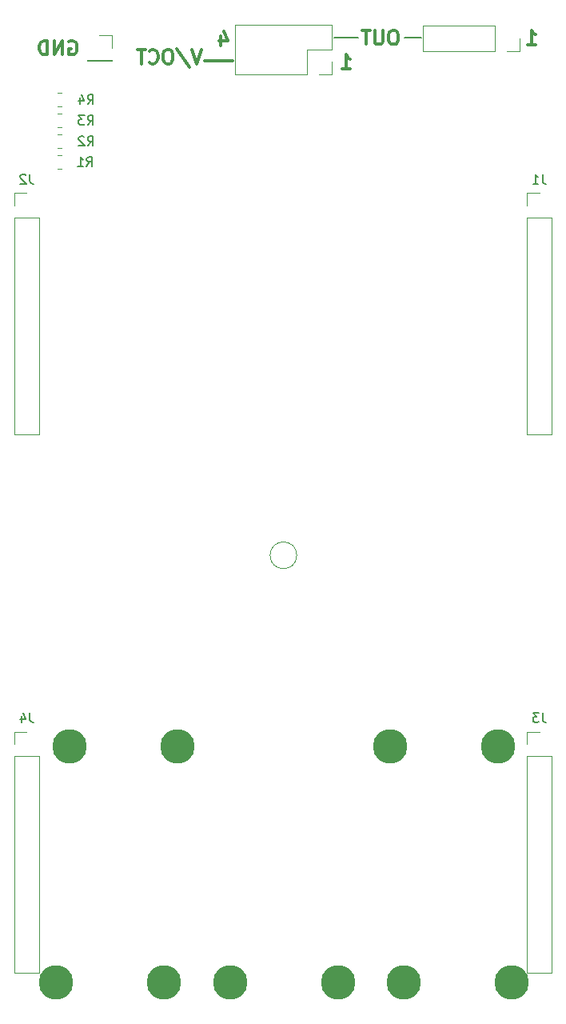
<source format=gbr>
%TF.GenerationSoftware,KiCad,Pcbnew,(6.0.11)*%
%TF.CreationDate,2023-04-28T10:51:55+01:00*%
%TF.ProjectId,Quadraphone_Controls_v2,51756164-7261-4706-986f-6e655f436f6e,rev?*%
%TF.SameCoordinates,Original*%
%TF.FileFunction,Legend,Bot*%
%TF.FilePolarity,Positive*%
%FSLAX46Y46*%
G04 Gerber Fmt 4.6, Leading zero omitted, Abs format (unit mm)*
G04 Created by KiCad (PCBNEW (6.0.11)) date 2023-04-28 10:51:55*
%MOMM*%
%LPD*%
G01*
G04 APERTURE LIST*
%ADD10C,0.150000*%
%ADD11C,0.300000*%
%ADD12C,0.120000*%
%ADD13C,3.650000*%
G04 APERTURE END LIST*
D10*
X94575000Y-45250000D02*
X92825000Y-45250000D01*
D11*
X71650000Y-47700000D02*
X74600000Y-47700000D01*
D10*
X87900000Y-45200000D02*
X85350000Y-45200000D01*
D11*
X91800000Y-44428571D02*
X91514285Y-44428571D01*
X91371428Y-44500000D01*
X91228571Y-44642857D01*
X91157142Y-44928571D01*
X91157142Y-45428571D01*
X91228571Y-45714285D01*
X91371428Y-45857142D01*
X91514285Y-45928571D01*
X91800000Y-45928571D01*
X91942857Y-45857142D01*
X92085714Y-45714285D01*
X92157142Y-45428571D01*
X92157142Y-44928571D01*
X92085714Y-44642857D01*
X91942857Y-44500000D01*
X91800000Y-44428571D01*
X90514285Y-44428571D02*
X90514285Y-45642857D01*
X90442857Y-45785714D01*
X90371428Y-45857142D01*
X90228571Y-45928571D01*
X89942857Y-45928571D01*
X89800000Y-45857142D01*
X89728571Y-45785714D01*
X89657142Y-45642857D01*
X89657142Y-44428571D01*
X89157142Y-44428571D02*
X88300000Y-44428571D01*
X88728571Y-45928571D02*
X88728571Y-44428571D01*
X73364285Y-45078571D02*
X73364285Y-46078571D01*
X73721428Y-44507142D02*
X74078571Y-45578571D01*
X73150000Y-45578571D01*
X86221428Y-48528571D02*
X87078571Y-48528571D01*
X86650000Y-48528571D02*
X86650000Y-47028571D01*
X86792857Y-47242857D01*
X86935714Y-47385714D01*
X87078571Y-47457142D01*
X57292857Y-45600000D02*
X57435714Y-45528571D01*
X57650000Y-45528571D01*
X57864285Y-45600000D01*
X58007142Y-45742857D01*
X58078571Y-45885714D01*
X58150000Y-46171428D01*
X58150000Y-46385714D01*
X58078571Y-46671428D01*
X58007142Y-46814285D01*
X57864285Y-46957142D01*
X57650000Y-47028571D01*
X57507142Y-47028571D01*
X57292857Y-46957142D01*
X57221428Y-46885714D01*
X57221428Y-46385714D01*
X57507142Y-46385714D01*
X56578571Y-47028571D02*
X56578571Y-45528571D01*
X55721428Y-47028571D01*
X55721428Y-45528571D01*
X55007142Y-47028571D02*
X55007142Y-45528571D01*
X54650000Y-45528571D01*
X54435714Y-45600000D01*
X54292857Y-45742857D01*
X54221428Y-45885714D01*
X54150000Y-46171428D01*
X54150000Y-46385714D01*
X54221428Y-46671428D01*
X54292857Y-46814285D01*
X54435714Y-46957142D01*
X54650000Y-47028571D01*
X55007142Y-47028571D01*
X71292857Y-46478571D02*
X70792857Y-47978571D01*
X70292857Y-46478571D01*
X68721428Y-46407142D02*
X70007142Y-48335714D01*
X67935714Y-46478571D02*
X67650000Y-46478571D01*
X67507142Y-46550000D01*
X67364285Y-46692857D01*
X67292857Y-46978571D01*
X67292857Y-47478571D01*
X67364285Y-47764285D01*
X67507142Y-47907142D01*
X67650000Y-47978571D01*
X67935714Y-47978571D01*
X68078571Y-47907142D01*
X68221428Y-47764285D01*
X68292857Y-47478571D01*
X68292857Y-46978571D01*
X68221428Y-46692857D01*
X68078571Y-46550000D01*
X67935714Y-46478571D01*
X65792857Y-47835714D02*
X65864285Y-47907142D01*
X66078571Y-47978571D01*
X66221428Y-47978571D01*
X66435714Y-47907142D01*
X66578571Y-47764285D01*
X66650000Y-47621428D01*
X66721428Y-47335714D01*
X66721428Y-47121428D01*
X66650000Y-46835714D01*
X66578571Y-46692857D01*
X66435714Y-46550000D01*
X66221428Y-46478571D01*
X66078571Y-46478571D01*
X65864285Y-46550000D01*
X65792857Y-46621428D01*
X65364285Y-46478571D02*
X64507142Y-46478571D01*
X64935714Y-47978571D02*
X64935714Y-46478571D01*
X105871428Y-45978571D02*
X106728571Y-45978571D01*
X106300000Y-45978571D02*
X106300000Y-44478571D01*
X106442857Y-44692857D01*
X106585714Y-44835714D01*
X106728571Y-44907142D01*
D10*
%TO.C,R4*%
X59266666Y-52252380D02*
X59600000Y-51776190D01*
X59838095Y-52252380D02*
X59838095Y-51252380D01*
X59457142Y-51252380D01*
X59361904Y-51300000D01*
X59314285Y-51347619D01*
X59266666Y-51442857D01*
X59266666Y-51585714D01*
X59314285Y-51680952D01*
X59361904Y-51728571D01*
X59457142Y-51776190D01*
X59838095Y-51776190D01*
X58409523Y-51585714D02*
X58409523Y-52252380D01*
X58647619Y-51204761D02*
X58885714Y-51919047D01*
X58266666Y-51919047D01*
%TO.C,R3*%
X59266666Y-54452380D02*
X59600000Y-53976190D01*
X59838095Y-54452380D02*
X59838095Y-53452380D01*
X59457142Y-53452380D01*
X59361904Y-53500000D01*
X59314285Y-53547619D01*
X59266666Y-53642857D01*
X59266666Y-53785714D01*
X59314285Y-53880952D01*
X59361904Y-53928571D01*
X59457142Y-53976190D01*
X59838095Y-53976190D01*
X58933333Y-53452380D02*
X58314285Y-53452380D01*
X58647619Y-53833333D01*
X58504761Y-53833333D01*
X58409523Y-53880952D01*
X58361904Y-53928571D01*
X58314285Y-54023809D01*
X58314285Y-54261904D01*
X58361904Y-54357142D01*
X58409523Y-54404761D01*
X58504761Y-54452380D01*
X58790476Y-54452380D01*
X58885714Y-54404761D01*
X58933333Y-54357142D01*
%TO.C,R2*%
X59266666Y-56652380D02*
X59600000Y-56176190D01*
X59838095Y-56652380D02*
X59838095Y-55652380D01*
X59457142Y-55652380D01*
X59361904Y-55700000D01*
X59314285Y-55747619D01*
X59266666Y-55842857D01*
X59266666Y-55985714D01*
X59314285Y-56080952D01*
X59361904Y-56128571D01*
X59457142Y-56176190D01*
X59838095Y-56176190D01*
X58885714Y-55747619D02*
X58838095Y-55700000D01*
X58742857Y-55652380D01*
X58504761Y-55652380D01*
X58409523Y-55700000D01*
X58361904Y-55747619D01*
X58314285Y-55842857D01*
X58314285Y-55938095D01*
X58361904Y-56080952D01*
X58933333Y-56652380D01*
X58314285Y-56652380D01*
%TO.C,R1*%
X59166666Y-58852380D02*
X59500000Y-58376190D01*
X59738095Y-58852380D02*
X59738095Y-57852380D01*
X59357142Y-57852380D01*
X59261904Y-57900000D01*
X59214285Y-57947619D01*
X59166666Y-58042857D01*
X59166666Y-58185714D01*
X59214285Y-58280952D01*
X59261904Y-58328571D01*
X59357142Y-58376190D01*
X59738095Y-58376190D01*
X58214285Y-58852380D02*
X58785714Y-58852380D01*
X58500000Y-58852380D02*
X58500000Y-57852380D01*
X58595238Y-57995238D01*
X58690476Y-58090476D01*
X58785714Y-58138095D01*
%TO.C,J3*%
X107433333Y-116682380D02*
X107433333Y-117396666D01*
X107480952Y-117539523D01*
X107576190Y-117634761D01*
X107719047Y-117682380D01*
X107814285Y-117682380D01*
X107052380Y-116682380D02*
X106433333Y-116682380D01*
X106766666Y-117063333D01*
X106623809Y-117063333D01*
X106528571Y-117110952D01*
X106480952Y-117158571D01*
X106433333Y-117253809D01*
X106433333Y-117491904D01*
X106480952Y-117587142D01*
X106528571Y-117634761D01*
X106623809Y-117682380D01*
X106909523Y-117682380D01*
X107004761Y-117634761D01*
X107052380Y-117587142D01*
%TO.C,J4*%
X53133333Y-116682380D02*
X53133333Y-117396666D01*
X53180952Y-117539523D01*
X53276190Y-117634761D01*
X53419047Y-117682380D01*
X53514285Y-117682380D01*
X52228571Y-117015714D02*
X52228571Y-117682380D01*
X52466666Y-116634761D02*
X52704761Y-117349047D01*
X52085714Y-117349047D01*
%TO.C,J1*%
X107433333Y-59682380D02*
X107433333Y-60396666D01*
X107480952Y-60539523D01*
X107576190Y-60634761D01*
X107719047Y-60682380D01*
X107814285Y-60682380D01*
X106433333Y-60682380D02*
X107004761Y-60682380D01*
X106719047Y-60682380D02*
X106719047Y-59682380D01*
X106814285Y-59825238D01*
X106909523Y-59920476D01*
X107004761Y-59968095D01*
%TO.C,J2*%
X53133333Y-59682380D02*
X53133333Y-60396666D01*
X53180952Y-60539523D01*
X53276190Y-60634761D01*
X53419047Y-60682380D01*
X53514285Y-60682380D01*
X52704761Y-59777619D02*
X52657142Y-59730000D01*
X52561904Y-59682380D01*
X52323809Y-59682380D01*
X52228571Y-59730000D01*
X52180952Y-59777619D01*
X52133333Y-59872857D01*
X52133333Y-59968095D01*
X52180952Y-60110952D01*
X52752380Y-60682380D01*
X52133333Y-60682380D01*
D12*
%TO.C,R4*%
X56527064Y-51065000D02*
X56072936Y-51065000D01*
X56527064Y-52535000D02*
X56072936Y-52535000D01*
%TO.C,R3*%
X56527064Y-53265000D02*
X56072936Y-53265000D01*
X56527064Y-54735000D02*
X56072936Y-54735000D01*
%TO.C,R2*%
X56527064Y-56935000D02*
X56072936Y-56935000D01*
X56527064Y-55465000D02*
X56072936Y-55465000D01*
%TO.C,R1*%
X56527064Y-57665000D02*
X56072936Y-57665000D01*
X56527064Y-59135000D02*
X56072936Y-59135000D01*
%TO.C,J13*%
X102430000Y-43970000D02*
X94750000Y-43970000D01*
X94750000Y-46630000D02*
X94750000Y-43970000D01*
X105030000Y-46630000D02*
X105030000Y-45300000D01*
X103700000Y-46630000D02*
X105030000Y-46630000D01*
X102430000Y-46630000D02*
X94750000Y-46630000D01*
X102430000Y-46630000D02*
X102430000Y-43970000D01*
%TO.C,J3*%
X105770000Y-118670000D02*
X105770000Y-120000000D01*
X107100000Y-118670000D02*
X105770000Y-118670000D01*
X108430000Y-121270000D02*
X108430000Y-144190000D01*
X105770000Y-121270000D02*
X105770000Y-144190000D01*
X108430000Y-144190000D02*
X105770000Y-144190000D01*
X108430000Y-121270000D02*
X105770000Y-121270000D01*
%TO.C,J14*%
X61830000Y-47630000D02*
X59170000Y-47630000D01*
X59170000Y-47570000D02*
X59170000Y-47630000D01*
X61830000Y-44970000D02*
X60500000Y-44970000D01*
X61830000Y-47570000D02*
X61830000Y-47630000D01*
X61830000Y-46300000D02*
X61830000Y-44970000D01*
X61830000Y-47570000D02*
X59170000Y-47570000D01*
%TO.C,J4*%
X54130000Y-121270000D02*
X54130000Y-144190000D01*
X51470000Y-118670000D02*
X51470000Y-120000000D01*
X54130000Y-144190000D02*
X51470000Y-144190000D01*
X51470000Y-121270000D02*
X51470000Y-144190000D01*
X52800000Y-118670000D02*
X51470000Y-118670000D01*
X54130000Y-121270000D02*
X51470000Y-121270000D01*
%TO.C,D1*%
X81414214Y-100000000D02*
G75*
G03*
X81414214Y-100000000I-1414214J0D01*
G01*
%TO.C,J1*%
X108430000Y-87190000D02*
X105770000Y-87190000D01*
X105770000Y-64270000D02*
X105770000Y-87190000D01*
X108430000Y-64270000D02*
X108430000Y-87190000D01*
X108430000Y-64270000D02*
X105770000Y-64270000D01*
X107100000Y-61670000D02*
X105770000Y-61670000D01*
X105770000Y-61670000D02*
X105770000Y-63000000D01*
%TO.C,J12*%
X82530000Y-49080000D02*
X82530000Y-46480000D01*
X82530000Y-49080000D02*
X74850000Y-49080000D01*
X74850000Y-49080000D02*
X74850000Y-43880000D01*
X85130000Y-43880000D02*
X74850000Y-43880000D01*
X83800000Y-49080000D02*
X85130000Y-49080000D01*
X82530000Y-46480000D02*
X85130000Y-46480000D01*
X85130000Y-49080000D02*
X85130000Y-47750000D01*
X85130000Y-46480000D02*
X85130000Y-43880000D01*
%TO.C,J2*%
X54130000Y-64270000D02*
X54130000Y-87190000D01*
X52800000Y-61670000D02*
X51470000Y-61670000D01*
X51470000Y-64270000D02*
X51470000Y-87190000D01*
X54130000Y-64270000D02*
X51470000Y-64270000D01*
X51470000Y-61670000D02*
X51470000Y-63000000D01*
X54130000Y-87190000D02*
X51470000Y-87190000D01*
%TD*%
D13*
%TO.C,J7*%
X102760000Y-120200000D03*
X91330000Y-120200000D03*
%TD*%
%TO.C,J9*%
X57330000Y-120200000D03*
X68760000Y-120200000D03*
%TD*%
%TO.C,J8*%
X92730000Y-145200000D03*
X104160000Y-145200000D03*
%TD*%
%TO.C,J10*%
X67360000Y-145200000D03*
X55930000Y-145200000D03*
%TD*%
%TO.C,J11*%
X85760000Y-145200000D03*
X74330000Y-145200000D03*
%TD*%
M02*

</source>
